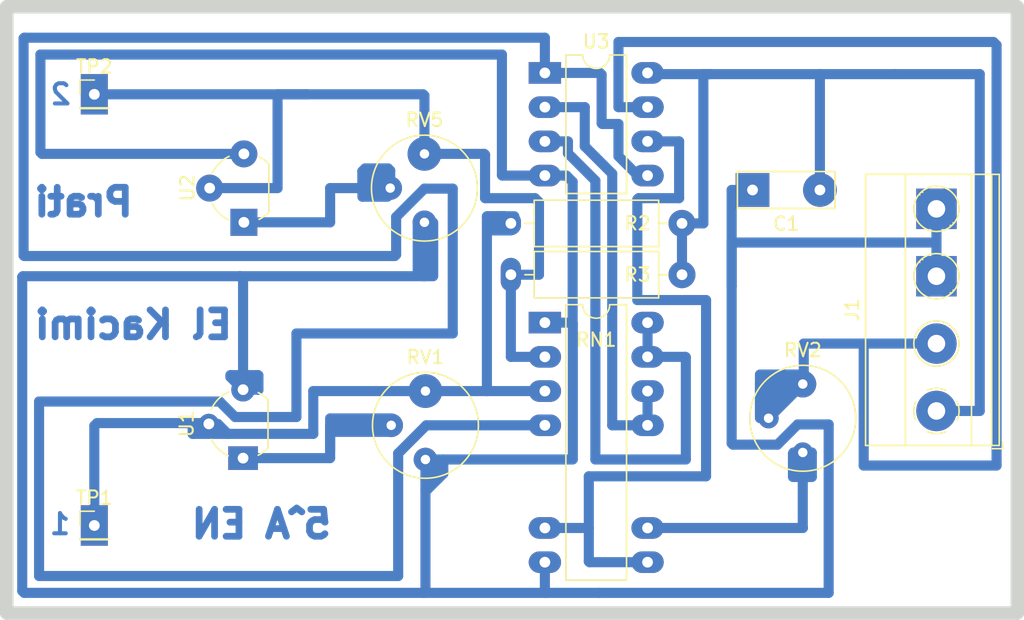
<source format=kicad_pcb>
(kicad_pcb (version 20211014) (generator pcbnew)
  (layers (0 "F.Cu" signal) (31 "B.Cu" signal) (34 "B.Paste" user) (35 "F.Paste" user) (36 "B.SilkS" user "B.Silkscreen") (37 "F.SilkS" user "F.Silkscreen") (38 "B.Mask" user) (39 "F.Mask" user) (44 "Edge.Cuts" user))
  (net 0 "")
  (net 1 "+10V")
  (net 2 "GND")
  (net 3 "Net-(R3-Pad2)")
  (net 4 "Net-(RN1-Pad10)")
  (net 5 "Vout")
  (net 6 "Net-(RV5-Pad2)")
  (net 7 "Net-(RN1-Pad15)")
  (net 8 "Net-(RN1-Pad7)")
  (net 9 "Net-(R2-Pad2)")
  (net 10 "Net-(RV1-Pad2)")
  (net 11 "Net-(RN1-Pad4)")
  (net 12 "Net-(RN1-Pad13)")
  (footprint "Package_DIP:DIP-16_W7.62mm_LongPads" (layer "F.Cu") (at 139.939 123.444)
    (fp_text reference "RN1" (at 3.81 1.27) (layer "F.SilkS"))
    (fp_text value "100k")
    (fp_line (start 6.06 -1.33) (end 4.81 -1.33) (layer "F.SilkS") (width 0.12))
    (fp_line (start 6.06 19.11) (end 6.06 -1.33) (layer "F.SilkS") (width 0.12))
    (fp_line (start 2.81 -1.33) (end 1.56 -1.33) (layer "F.SilkS") (width 0.12))
    (fp_line (start 1.56 19.11) (end 6.06 19.11) (layer "F.SilkS") (width 0.12))
    (fp_line (start 1.56 -1.33) (end 1.56 19.11) (layer "F.SilkS") (width 0.12))
    (fp_arc (start 4.81 -1.33) (mid 3.81 -0.33) (end 2.81 -1.33) (layer "F.SilkS") (width 0.12))
    (pad "1" thru_hole rect (at 0 0) (size 2.4 1.6) (drill 0.8) (layers *.Cu *.Mask) (net 2 "GND"))
    (pad "2" thru_hole oval (at 0 2.54) (size 2.4 1.6) (drill 0.8) (layers *.Cu *.Mask) (net 3 "Net-(R3-Pad2)"))
    (pad "3" thru_hole oval (at 0 5.08) (size 2.4 1.6) (drill 0.8) (layers *.Cu *.Mask) (net 9 "Net-(R2-Pad2)"))
    (pad "4" thru_hole oval (at 0 7.62) (size 2.4 1.6) (drill 0.8) (layers *.Cu *.Mask) (net 11 "Net-(RN1-Pad4)"))
    (pad "7" thru_hole oval (at 0 15.24) (size 2.4 1.6) (drill 0.8) (layers *.Cu *.Mask) (net 8 "Net-(RN1-Pad7)"))
    (pad "8" thru_hole oval (at 0 17.78) (size 2.4 1.6) (drill 0.8) (layers *.Cu *.Mask) (net 2 "GND"))
    (pad "9" thru_hole oval (at 7.62 17.78) (size 2.4 1.6) (drill 0.8) (layers *.Cu *.Mask) (net 8 "Net-(RN1-Pad7)"))
    (pad "10" thru_hole oval (at 7.62 15.24) (size 2.4 1.6) (drill 0.8) (layers *.Cu *.Mask) (net 4 "Net-(RN1-Pad10)"))
    (pad "13" thru_hole oval (at 7.62 7.62) (size 2.4 1.6) (drill 0.8) (layers *.Cu *.Mask) (net 12 "Net-(RN1-Pad13)"))
    (pad "14" thru_hole oval (at 7.62 5.08) (size 2.4 1.6) (drill 0.8) (layers *.Cu *.Mask) (net 12 "Net-(RN1-Pad13)"))
    (pad "15" thru_hole oval (at 7.62 2.54) (size 2.4 1.6) (drill 0.8) (layers *.Cu *.Mask) (net 7 "Net-(RN1-Pad15)"))
    (pad "16" thru_hole oval (at 7.62 0) (size 2.4 1.6) (drill 0.8) (layers *.Cu *.Mask) (net 7 "Net-(RN1-Pad15)"))
  )
  (footprint "Potentiometer_THT:Potentiometer_Bourns_3339P_Vertical" (layer "F.Cu") (at 131.075 133.604)
    (fp_text reference "RV1" (at 0 -7.6) (layer "F.SilkS"))
    (fp_text value "10k")
    (fp_circle (center 0 -2.54) (end 3.93 -2.54) (layer "F.SilkS") (width 0.12) (fill none))
    (pad "1" thru_hole circle (at 0 0) (size 1.75 1.75) (drill 0.7) (layers *.Cu *.Mask) (net 2 "GND"))
    (pad "2" thru_hole circle (at -2.54 -2.54) (size 1.75 1.75) (drill 0.7) (layers *.Cu *.Mask) (net 10 "Net-(RV1-Pad2)"))
    (pad "3" thru_hole circle (at 0 -5.08) (size 2.5 2.5) (drill 0.7) (layers *.Cu *.Mask) (net 9 "Net-(R2-Pad2)"))
  )
  (footprint "Potentiometer_THT:Potentiometer_Bourns_3339P_Vertical" (layer "F.Cu") (at 159.079 133.081)
    (fp_text reference "RV2" (at 0 -7.6) (layer "F.SilkS"))
    (fp_text value "10k")
    (fp_circle (center 0 -2.54) (end 3.93 -2.54) (layer "F.SilkS") (width 0.12) (fill none))
    (pad "1" thru_hole circle (at 0 0) (size 1.5 1.5) (drill 0.7) (layers *.Cu *.Mask) (net 4 "Net-(RN1-Pad10)"))
    (pad "2" thru_hole circle (at -2.54 -2.54) (size 1.5 1.5) (drill 0.7) (layers *.Cu *.Mask) (net 5 "Vout"))
    (pad "3" thru_hole circle (at 0 -5.08) (size 2 2) (drill 0.7) (layers *.Cu *.Mask) (net 5 "Vout"))
  )
  (footprint "Package_TO_SOT_THT:TO-92_Wide" (layer "F.Cu") (at 117.6 116 90)
    (fp_text reference "U2" (at 2.55 -4.19 90) (layer "F.SilkS"))
    (fp_text value "LM335")
    (fp_line (start 0.74 1.85) (end 4.34 1.85) (layer "F.SilkS") (width 0.12))
    (fp_arc (start 0.172801 -1.103842) (mid 0.678995 -1.832692) (end 1.4 -2.35) (layer "F.SilkS") (width 0.12))
    (fp_arc (start 0.74 1.85) (mid 0.446097 1.509328) (end 0.215816 1.122795) (layer "F.SilkS") (width 0.12))
    (fp_arc (start 4.864184 1.122795) (mid 4.633903 1.509328) (end 4.34 1.85) (layer "F.SilkS") (width 0.12))
    (fp_arc (start 3.65 -2.35) (mid 4.382279 -1.833196) (end 4.895458 -1.098371) (layer "F.SilkS") (width 0.12))
    (pad "1" thru_hole rect (at 0 0 90) (size 2 2) (drill 0.8) (layers *.Cu *.Mask) (net 6 "Net-(RV5-Pad2)"))
    (pad "2" thru_hole circle (at 2.54 -2.54 90) (size 2 2) (drill 0.8) (layers *.Cu *.Mask) (net 3 "Net-(R3-Pad2)"))
    (pad "3" thru_hole circle (at 5.08 0 90) (size 2 2) (drill 0.8) (layers *.Cu *.Mask) (net 2 "GND"))
  )
  (footprint "Resistor_THT:R_Axial_DIN0309_L9.0mm_D3.2mm_P12.70mm_Horizontal" (layer "F.Cu") (at 150.114 116.078 180)
    (fp_text reference "R2" (at 3.302 0) (layer "F.SilkS"))
    (fp_text value "8.2k")
    (fp_line (start 11.66 0) (end 10.97 0) (layer "F.SilkS") (width 0.12))
    (fp_line (start 10.97 -1.72) (end 1.73 -1.72) (layer "F.SilkS") (width 0.12))
    (fp_line (start 1.04 0) (end 1.73 0) (layer "F.SilkS") (width 0.12))
    (fp_line (start 10.97 1.72) (end 10.97 -1.72) (layer "F.SilkS") (width 0.12))
    (fp_line (start 1.73 1.72) (end 10.97 1.72) (layer "F.SilkS") (width 0.12))
    (fp_line (start 1.73 -1.72) (end 1.73 1.72) (layer "F.SilkS") (width 0.12))
    (pad "1" thru_hole circle (at 0 0 180) (size 2 2) (drill 0.8) (layers *.Cu *.Mask) (net 1 "+10V"))
    (pad "2" thru_hole oval (at 12.7 0 180) (size 1.5 1.75) (drill 0.8) (layers *.Cu *.Mask) (net 9 "Net-(R2-Pad2)"))
  )
  (footprint "Resistor_THT:R_Axial_DIN0309_L9.0mm_D3.2mm_P12.70mm_Horizontal" (layer "F.Cu") (at 150.114 119.888 180)
    (fp_text reference "R3" (at 3.302 0) (layer "F.SilkS"))
    (fp_text value "5.6k")
    (fp_line (start 10.97 1.72) (end 10.97 -1.72) (layer "F.SilkS") (width 0.12))
    (fp_line (start 10.97 -1.72) (end 1.73 -1.72) (layer "F.SilkS") (width 0.12))
    (fp_line (start 1.04 0) (end 1.73 0) (layer "F.SilkS") (width 0.12))
    (fp_line (start 1.73 -1.72) (end 1.73 1.72) (layer "F.SilkS") (width 0.12))
    (fp_line (start 11.66 0) (end 10.97 0) (layer "F.SilkS") (width 0.12))
    (fp_line (start 1.73 1.72) (end 10.97 1.72) (layer "F.SilkS") (width 0.12))
    (pad "1" thru_hole circle (at 0 0 180) (size 2 2) (drill 0.8) (layers *.Cu *.Mask) (net 1 "+10V"))
    (pad "2" thru_hole oval (at 12.7 0 180) (size 1.5 2.5) (drill 0.8) (layers *.Cu *.Mask) (net 3 "Net-(R3-Pad2)"))
  )
  (footprint "Package_TO_SOT_THT:TO-92_Wide" (layer "F.Cu") (at 117.54 133.5 90)
    (fp_text reference "U1" (at 2.55 -4.19 90) (layer "F.SilkS"))
    (fp_text value "LM336-2.5V")
    (fp_line (start 0.74 1.85) (end 4.34 1.85) (layer "F.SilkS") (width 0.12))
    (fp_arc (start 0.74 1.85) (mid 0.446097 1.509328) (end 0.215816 1.122795) (layer "F.SilkS") (width 0.12))
    (fp_arc (start 0.172801 -1.103842) (mid 0.678995 -1.832692) (end 1.4 -2.35) (layer "F.SilkS") (width 0.12))
    (fp_arc (start 3.65 -2.35) (mid 4.382279 -1.833196) (end 4.895458 -1.098371) (layer "F.SilkS") (width 0.12))
    (fp_arc (start 4.864184 1.122795) (mid 4.633903 1.509328) (end 4.34 1.85) (layer "F.SilkS") (width 0.12))
    (pad "1" thru_hole rect (at 0 0 90) (size 1.75 2.2) (drill 0.8) (layers *.Cu *.Mask) (net 10 "Net-(RV1-Pad2)"))
    (pad "2" thru_hole circle (at 2.54 -2.54 90) (size 1.5 1.5) (drill 0.8) (layers *.Cu *.Mask) (net 9 "Net-(R2-Pad2)"))
    (pad "3" thru_hole circle (at 5.08 0 90) (size 1.75 1.75) (drill 0.8) (layers *.Cu *.Mask) (net 2 "GND"))
  )
  (footprint "TerminalBlock_Phoenix:TerminalBlock_Phoenix_MKDS-1,5-4_1x04_P5.00mm_Horizontal" (layer "F.Cu") (at 169 130 90)
    (fp_text reference "J1" (at 7.5 -6.26 90) (layer "F.SilkS"))
    (fp_text value "Conn_01x04_Female")
    (fp_line (start -2.56 2.6) (end 17.561 2.6) (layer "F.SilkS") (width 0.12))
    (fp_line (start -2.56 4.1) (end 17.561 4.1) (layer "F.SilkS") (width 0.12))
    (fp_line (start 11.07 -1.275) (end 11.035 -1.239) (layer "F.SilkS") (width 0.12))
    (fp_line (start -2.56 -5.261) (end -2.56 4.66) (layer "F.SilkS") (width 0.12))
    (fp_line (start 6.07 -1.275) (end 6.035 -1.239) (layer "F.SilkS") (width 0.12))
    (fp_line (start -2.56 -5.261) (end 17.561 -5.261) (layer "F.SilkS") (width 0.12))
    (fp_line (start -2.56 4.66) (end 17.561 4.66) (layer "F.SilkS") (width 0.12))
    (fp_line (start 17.561 -5.261) (end 17.561 4.66) (layer "F.SilkS") (width 0.12))
    (fp_line (start -2.8 4.9) (end -2.3 4.9) (layer "F.SilkS") (width 0.12))
    (fp_line (start -2.8 4.16) (end -2.8 4.9) (layer "F.SilkS") (width 0.12))
    (fp_line (start 16.07 -1.275) (end 16.035 -1.239) (layer "F.SilkS") (width 0.12))
    (fp_line (start 11.275 -1.069) (end 11.228 -1.023) (layer "F.SilkS") (width 0.12))
    (fp_line (start -2.56 -2.301) (end 17.561 -2.301) (layer "F.SilkS") (width 0.12))
    (fp_line (start 3.966 1.239) (end 3.931 1.274) (layer "F.SilkS") (width 0.12))
    (fp_line (start 8.773 1.023) (end 8.726 1.069) (layer "F.SilkS") (width 0.12))
    (fp_line (start 8.966 1.239) (end 8.931 1.274) (layer "F.SilkS") (width 0.12))
    (fp_line (start 16.275 -1.069) (end 16.228 -1.023) (layer "F.SilkS") (width 0.12))
    (fp_line (start 13.966 1.239) (end 13.931 1.274) (layer "F.SilkS") (width 0.12))
    (fp_line (start 6.275 -1.069) (end 6.228 -1.023) (layer "F.SilkS") (width 0.12))
    (fp_line (start 3.773 1.023) (end 3.726 1.069) (layer "F.SilkS") (width 0.12))
    (fp_line (start 13.773 1.023) (end 13.726 1.069) (layer "F.SilkS") (width 0.12))
    (fp_arc (start 1.535427 -0.683042) (mid 1.680501 0.000524) (end 1.535 0.684) (layer "F.SilkS") (width 0.12))
    (fp_arc (start 0.028805 1.680253) (mid -0.335551 1.646659) (end -0.684 1.535) (layer "F.SilkS") (width 0.12))
    (fp_arc (start 0.683318 1.534756) (mid 0.349292 1.643288) (end 0 1.68) (layer "F.SilkS") (width 0.12))
    (fp_arc (start -1.535427 0.683042) (mid -1.680501 -0.000524) (end -1.535 -0.684) (layer "F.SilkS") (width 0.12))
    (fp_arc (start -0.683042 -1.535427) (mid 0.000524 -1.680501) (end 0.684 -1.535) (layer "F.SilkS") (width 0.12))
    (fp_circle (center 5 0) (end 6.68 0) (layer "F.SilkS") (width 0.12) (fill none))
    (fp_circle (center 15 0) (end 16.68 0) (layer "F.SilkS") (width 0.12) (fill none))
    (fp_circle (center 10 0) (end 11.68 0) (layer "F.SilkS") (width 0.12) (fill none))
    (pad "1" thru_hole circle (at 0 0 90) (size 3 3) (drill 1.3) (layers *.Cu *.Mask) (net 1 "+10V"))
    (pad "2" thru_hole circle (at 5 0 90) (size 3 3) (drill 1.3) (layers *.Cu *.Mask) (net 5 "Vout"))
    (pad "3" thru_hole rect (at 10 0 90) (size 3 3) (drill 1.3) (layers *.Cu *.Mask) (net 2 "GND"))
    (pad "4" thru_hole rect (at 15 0 90) (size 3 3) (drill 1.3) (layers *.Cu *.Mask) (net 2 "GND"))
  )
  (footprint "Package_DIP:DIP-8_W7.62mm_LongPads" (layer "F.Cu") (at 139.939 104.912)
    (fp_text reference "U3" (at 3.81 -2.33) (layer "F.SilkS"))
    (fp_text value "LM358")
    (fp_line (start 1.56 -1.33) (end 1.56 8.95) (layer "F.SilkS") (width 0.12))
    (fp_line (start 1.56 8.95) (end 6.06 8.95) (layer "F.SilkS") (width 0.12))
    (fp_line (start 6.06 -1.33) (end 4.81 -1.33) (layer "F.SilkS") (width 0.12))
    (fp_line (start 6.06 8.95) (end 6.06 -1.33) (layer "F.SilkS") (width 0.12))
    (fp_line (start 2.81 -1.33) (end 1.56 -1.33) (layer "F.SilkS") (width 0.12))
    (fp_arc (start 4.81 -1.33) (mid 3.81 -0.33) (end 2.81 -1.33) (layer "F.SilkS") (width 0.12))
    (pad "1" thru_hole rect (at 0 0) (size 2.4 1.6) (drill 0.8) (layers *.Cu *.Mask) (net 11 "Net-(RN1-Pad4)"))
    (pad "2" thru_hole oval (at 0 2.54) (size 2.4 1.6) (drill 0.8) (layers *.Cu *.Mask) (net 12 "Net-(RN1-Pad13)"))
    (pad "3" thru_hole oval (at 0 5.08) (size 2.4 1.6) (drill 0.8) (layers *.Cu *.Mask) (net 7 "Net-(RN1-Pad15)"))
    (pad "4" thru_hole oval (at 0 7.62) (size 2.4 1.6) (drill 0.8) (layers *.Cu *.Mask) (net 2 "GND"))
    (pad "5" thru_hole oval (at 7.62 7.62) (size 2.4 1.6) (drill 0.8) (layers *.Cu *.Mask) (net 11 "Net-(RN1-Pad4)"))
    (pad "6" thru_hole oval (at 7.62 5.08) (size 2.4 1.6) (drill 0.8) (layers *.Cu *.Mask) (net 8 "Net-(RN1-Pad7)"))
    (pad "7" thru_hole oval (at 7.62 2.54) (size 2.4 1.6) (drill 0.8) (layers *.Cu *.Mask) (net 5 "Vout"))
    (pad "8" thru_hole oval (at 7.62 0) (size 2.4 1.6) (drill 0.8) (layers *.Cu *.Mask) (net 1 "+10V"))
  )
  (footprint "Connector_PinHeader_2.00mm:PinHeader_1x01_P2.00mm_Vertical" (layer "F.Cu") (at 106.5 138.5)
    (fp_text reference "TP1" (at 0 -2.06) (layer "F.SilkS"))
    (fp_text value "TestPoint")
    (fp_line (start -1.06 1) (end -1.06 1.06) (layer "F.SilkS") (width 0.12))
    (fp_line (start 1.06 1) (end 1.06 1.06) (layer "F.SilkS") (width 0.12))
    (fp_line (start -1.06 1) (end 1.06 1) (layer "F.SilkS") (width 0.12))
    (fp_line (start -1.06 0) (end -1.06 -1.06) (layer "F.SilkS") (width 0.12))
    (fp_line (start -1.06 -1.06) (end 0 -1.06) (layer "F.SilkS") (width 0.12))
    (fp_line (start -1.06 1.06) (end 1.06 1.06) (layer "F.SilkS") (width 0.12))
    (pad "1" thru_hole rect (at 0 0) (size 2 3) (drill oval 0.8) (layers *.Cu *.Mask) (net 9 "Net-(R2-Pad2)"))
  )
  (footprint "Capacitor_THT:C_Rect_L7.0mm_W2.5mm_P5.00mm" (layer "F.Cu") (at 160.35 113.6 180)
    (fp_text reference "C1" (at 2.5 -2.5 180) (layer "F.SilkS"))
    (fp_text value "100nF")
    (fp_line (start -1.12 -1.37) (end -1.12 1.37) (layer "F.SilkS") (width 0.12))
    (fp_line (start 6.12 -1.37) (end 6.12 1.37) (layer "F.SilkS") (width 0.12))
    (fp_line (start -1.12 -1.37) (end 6.12 -1.37) (layer "F.SilkS") (width 0.12))
    (fp_line (start -1.12 1.37) (end 6.12 1.37) (layer "F.SilkS") (width 0.12))
    (pad "1" thru_hole circle (at 0 0 180) (size 2.5 2.5) (drill 0.8) (layers *.Cu *.Mask) (net 1 "+10V"))
    (pad "2" thru_hole rect (at 5 0 180) (size 2.5 2.5) (drill 0.8) (layers *.Cu *.Mask) (net 2 "GND"))
  )
  (footprint "Connector_PinHeader_2.00mm:PinHeader_1x01_P2.00mm_Vertical" (layer "F.Cu") (at 106.5 106.5)
    (fp_text reference "TP2" (at 0 -2.06) (layer "F.SilkS"))
    (fp_text value "TestPoint")
    (fp_line (start -1.06 0) (end -1.06 -1.06) (layer "F.SilkS") (width 0.12))
    (fp_line (start -1.06 1) (end 1.06 1) (layer "F.SilkS") (width 0.12))
    (fp_line (start 1.06 1) (end 1.06 1.06) (layer "F.SilkS") (width 0.12))
    (fp_line (start -1.06 1) (end -1.06 1.06) (layer "F.SilkS") (width 0.12))
    (fp_line (start -1.06 1.06) (end 1.06 1.06) (layer "F.SilkS") (width 0.12))
    (fp_line (start -1.06 -1.06) (end 0 -1.06) (layer "F.SilkS") (width 0.12))
    (pad "1" thru_hole rect (at 0 0) (size 2 3) (drill 0.8) (layers *.Cu *.Mask) (net 3 "Net-(R3-Pad2)"))
  )
  (footprint "Potentiometer_THT:Potentiometer_Bourns_3339P_Vertical" (layer "F.Cu") (at 131 116)
    (fp_text reference "RV5" (at 0 -7.6) (layer "F.SilkS"))
    (fp_text value "10k")
    (fp_circle (center 0 -2.54) (end 3.93 -2.54) (layer "F.SilkS") (width 0.12) (fill none))
    (pad "1" thru_hole circle (at 0 0) (size 1.75 1.75) (drill 0.7) (layers *.Cu *.Mask) (net 2 "GND"))
    (pad "2" thru_hole circle (at -2.54 -2.54) (size 1.75 1.75) (drill 0.7) (layers *.Cu *.Mask) (net 6 "Net-(RV5-Pad2)"))
    (pad "3" thru_hole circle (at 0 -5.08) (size 2.5 2.5) (drill 0.7) (layers *.Cu *.Mask) (net 3 "Net-(R3-Pad2)"))
  )
  (gr_line (start 175 145) (end 100 145) (layer "Edge.Cuts") (width 1))
  (gr_line (start 175 145) (end 175 100) (layer "Edge.Cuts") (width 1))
  (gr_line (start 175 100) (end 100 100) (layer "Edge.Cuts") (width 1))
  (gr_line (start 100 100) (end 100 145) (layer "Edge.Cuts") (width 1))
  (gr_text "1" (at 103.95 138.4) (layer "B.Cu") (effects (font (size 1.5 1.5) (thickness 0.3)) (justify mirror)))
  (gr_text "Prati" (at 105.7 114.5) (layer "B.Cu") (effects (font (size 2 2) (thickness 0.5)) (justify mirror)))
  (gr_text "2" (at 104 106.5) (layer "B.Cu") (effects (font (size 1.5 1.5) (thickness 0.3)) (justify mirror)))
  (gr_text "5^A EN" (at 118.9 138.4) (layer "B.Cu") (effects (font (size 2 2) (thickness 0.5)) (justify mirror)))
  (gr_text "El Kacimi" (at 109.4 123.6) (layer "B.Cu") (effects (font (size 2 2) (thickness 0.5)) (justify mirror)))
  (segment (start 147.8275 105) (end 152.2 105) (width 0.75) (layer "B.Cu") (net 1))
  (segment (start 152.2 105) (end 151.7 105) (width 0.75) (layer "B.Cu") (net 1))
  (segment (start 151.7 105) (end 151.7 116.078) (width 0.75) (layer "B.Cu") (net 1))
  (segment (start 160.35 113.6) (end 160.35 105.05) (width 0.75) (layer "B.Cu") (net 1))
  (segment (start 150.114 119.888) (end 150.114 116.078) (width 0.75) (layer "B.Cu") (net 1))
  (segment (start 172.212 130) (end 172.212 105) (width 0.75) (layer "B.Cu") (net 1))
  (segment (start 160.35 105.05) (end 160.4 105) (width 0.75) (layer "B.Cu") (net 1))
  (segment (start 160.4 105) (end 152.2 105) (width 0.75) (layer "B.Cu") (net 1))
  (segment (start 172.212 105) (end 166 105) (width 0.75) (layer "B.Cu") (net 1))
  (segment (start 165.96 105) (end 160.4 105) (width 0.75) (layer "B.Cu") (net 1))
  (segment (start 151.7 116.078) (end 150.114 116.078) (width 0.75) (layer "B.Cu") (net 1))
  (segment (start 169 130) (end 172.212 130) (width 0.75) (layer "B.Cu") (net 1))
  (segment (start 136.75 112.5) (end 136.75 103.55) (width 0.75) (layer "B.Cu") (net 2))
  (segment (start 169 119.65) (end 169 115.544) (width 0.75) (layer "B.Cu") (net 2))
  (segment (start 153.9 132.5) (end 153.8 132.4) (width 0.75) (layer "B.Cu") (net 2))
  (segment (start 141.944 123.444) (end 139.939 123.444) (width 0.75) (layer "B.Cu") (net 2))
  (segment (start 131.067766 119.9) (end 130.967766 120) (width 0.75) (layer "B.Cu") (net 2))
  (segment (start 102.5 110.8) (end 102.62 110.92) (width 0.75) (layer "B.Cu") (net 2))
  (segment (start 118.65 127.35) (end 118.6 127.4) (width 0.75) (layer "B.Cu") (net 2))
  (segment (start 131.079 133.6) (end 132.4 133.6) (width 0.75) (layer "B.Cu") (net 2))
  (segment (start 130.5 115.966117) (end 130.5 119.933883) (width 0.75) (layer "B.Cu") (net 2))
  (segment (start 131.075 133.604) (end 131.079 133.6) (width 0.75) (layer "B.Cu") (net 2))
  (segment (start 117.54 128.42) (end 118.68 128.42) (width 0.75) (layer "B.Cu") (net 2))
  (segment (start 131 119.967766) (end 130.967766 120) (width 0.75) (layer "B.Cu") (net 2))
  (segment (start 153.8 132.4) (end 153.8 120.75) (width 0.75) (layer "B.Cu") (net 2))
  (segment (start 117.54 120.24) (end 117.54 127.34) (width 0.75) (layer "B.Cu") (net 2))
  (segment (start 139.939 143.439) (end 140 143.5) (width 0.75) (layer "B.Cu") (net 2))
  (segment (start 153.8 117.5) (end 168.95 117.5) (width 0.75) (layer "B.Cu") (net 2))
  (segment (start 140 143.5) (end 144 143.5) (width 0.75) (layer "B.Cu") (net 2))
  (segment (start 101.15 143.35) (end 101.3 143.5) (width 0.75) (layer "B.Cu") (net 2))
  (segment (start 131.65 120) (end 131.067766 120) (width 0.75) (layer "B.Cu") (net 2))
  (segment (start 161 131) (end 158.7 131) (width 0.75) (layer "B.Cu") (net 2))
  (segment (start 117.3 120) (end 101.2 120) (width 0.75) (layer "B.Cu") (net 2))
  (segment (start 118.6 128.35) (end 118.61 128.35) (width 0.75) (layer "B.Cu") (net 2))
  (segment (start 101.3 143.5) (end 130.95 143.5) (width 0.75) (layer "B.Cu") (net 2))
  (segment (start 131.4 115.966117) (end 131.4 119.933883) (width 0.75) (layer "B.Cu") (net 2))
  (segment (start 132.4 134.65) (end 132.025 135.025) (width 0.75) (layer "B.Cu") (net 2))
  (segment (start 117.54 128.42) (end 118.56 127.4) (width 0.75) (layer "B.Cu") (net 2))
  (segment (start 117.54 127.34) (end 118.66 127.34) (width 0.75) (layer "B.Cu") (net 2))
  (segment (start 131.525 134.475) (end 131.525 134.525) (width 0.75) (layer "B.Cu") (net 2))
  (segment (start 142.014 123.514) (end 142.014 133.586) (width 0.75) (layer "B.Cu") (net 2))
  (segment (start 131.65 116.016117) (end 131.65 119.9) (width 0.75) (layer "B.Cu") (net 2))
  (segment (start 131 116) (end 131 119.967766) (width 0.75) (layer "B.Cu") (net 2))
  (segment (start 116.6 127.48) (end 116.6 127.35) (width 0.75) (layer "B.Cu") (net 2))
  (segment (start 117.3 120) (end 117.54 120.24) (width 0.75) (layer "B.Cu") (net 2))
  (segment (start 132.025 135.025) (end 131.225 135.825) (width 0.75) (layer "B.Cu") (net 2))
  (segment (start 131.075 133.604) (end 131.075 135.125) (width 0.75) (layer "B.Cu") (net 2))
  (segment (start 155.35 113.6) (end 153.8 113.6) (width 0.75) (layer "B.Cu") (net 2))
  (segment (start 131.075 134.925) (end 131.525 134.475) (width 0.75) (layer "B.Cu") (net 2))
  (segment (start 130.95 143.5) (end 140 143.5) (width 0.75) (layer "B.Cu") (net 2))
  (segment (start 117.54 128.42) (end 116.6 127.48) (width 0.75) (layer "B.Cu") (net 2))
  (segment (start 136.782 112.532) (end 136.75 112.5) (width 0.75) (layer "B.Cu") (net 2))
  (segment (start 131.525 134.525) (end 132.025 135.025) (width 0.75) (layer "B.Cu") (net 2))
  (segment (start 118.68 127.38) (end 118.65 127.35) (width 0.75) (layer "B.Cu") (net 2))
  (segment (start 131.075 135.825) (end 131.075 143.375) (width 0.75) (layer "B.Cu") (net 2))
  (segment (start 101.2 120) (end 101.15 120.05) (width 0.75) (layer "B.Cu") (net 2))
  (segment (start 142 112.993298) (end 141.538702 112.532) (width 0.75) (layer "B.Cu") (net 2))
  (segment (start 153.8 120.75) (end 153.8 117.5) (width 0.75) (layer "B.Cu") (net 2))
  (segment (start 118.61 128.35) (end 118.68 128.42) (width 0.75) (layer "B.Cu") (net 2))
  (segment (start 102.5 103.55) (end 102.5 110.8) (width 0.75) (layer "B.Cu") (net 2))
  (segment (start 131.075 143.375) (end 130.95 143.5) (width 0.75) (layer "B.Cu") (net 2))
  (segment (start 131.075 135.125) (end 131.075 134.925) (width 0.75) (layer "B.Cu") (net 2))
  (segment (start 132.4 133.6) (end 132.4 134.65) (width 0.75) (layer "B.Cu") (net 2))
  (segment (start 139.939 112.532) (end 136.782 112.532) (width 0.75) (layer "B.Cu") (net 2))
  (segment (start 118.68 128.42) (end 118.68 127.38) (width 0.75) (layer "B.Cu") (net 2))
  (segment (start 142 123.5) (end 142 112.993298) (width 0.75) (layer "B.Cu") (net 2))
  (segment (start 130.967766 120) (end 117.3 120) (width 0.75) (layer "B.Cu") (net 2))
  (segment (start 118.56 127.4) (end 118.6 127.4) (width 0.75) (layer "B.Cu") (net 2))
  (segment (start 131.525 134.475) (end 132.4 133.6) (width 0.75) (layer "B.Cu") (net 2))
  (segment (start 142 133.6) (end 132.4 133.6) (width 0.75) (layer "B.Cu") (net 2))
  (segment (start 116.6 127.35) (end 116.61 127.34) (width 0.75) (layer "B.Cu") (net 2))
  (segment (start 158.7 131) (end 157.2 132.5) (width 0.75) (layer "B.Cu") (net 2))
  (segment (start 161 143.5) (end 161 131) (width 0.75) (layer "B.Cu") (net 2))
  (segment (start 141.538702 112.532) (end 139.939 112.532) (width 0.75) (layer "B.Cu") (net 2))
  (segment (start 157.2 132.5) (end 153.9 132.5) (width 0.75) (layer "B.Cu") (net 2))
  (segment (start 136.75 103.55) (end 102.5 103.55) (width 0.75) (layer "B.Cu") (net 2))
  (segment (start 153.8 113.6) (end 153.8 120.75) (width 0.75) (layer "B.Cu") (net 2))
  (segment (start 118.66 127.34) (end 118.6 127.4) (width 0.75) (layer "B.Cu") (net 2))
  (segment (start 131.075 135.125) (end 131.075 135.825) (width 0.75) (layer "B.Cu") (net 2))
  (segment (start 144 143.5) (end 161 143.5) (width 0.75) (layer "B.Cu") (net 2))
  (segment (start 102.62 110.92) (end 117.6 110.92) (width 0.75) (layer "B.Cu") (net 2))
  (segment (start 139.939 141.224) (end 139.939 143.439) (width 0.75) (layer "B.Cu") (net 2))
  (segment (start 116.61 127.34) (end 117.54 127.34) (width 0.75) (layer "B.Cu") (net 2))
  (segment (start 131.225 135.825) (end 131.075 135.825) (width 0.75) (layer "B.Cu") (net 2))
  (segment (start 101.15 120.05) (end 101.15 143.35) (width 0.75) (layer "B.Cu") (net 2))
  (segment (start 137.414 119.888) (end 137.414 125.984) (width 0.75) (layer "B.Cu") (net 3))
  (segment (start 135.5 110.983) (end 135.5 114.2) (width 0.75) (layer "B.Cu") (net 3))
  (segment (start 139.5 119.888) (end 137.414 119.888) (width 0.75) (layer "B.Cu") (net 3))
  (segment (start 131 106.6) (end 131 110.92) (width 0.75) (layer "B.Cu") (net 3))
  (segment (start 139.207 114.207) (end 139.5 114.5) (width 0.75) (layer "B.Cu") (net 3))
  (segment (start 115.06 113.46) (end 120.1 113.46) (width 0.75) (layer "B.Cu") (net 3))
  (segment (start 130.9 106.5) (end 131 106.6) (width 0.75) (layer "B.Cu") (net 3))
  (segment (start 122.3 106.5) (end 130.9 106.5) (width 0.75) (layer "B.Cu") (net 3))
  (segment (start 120.1 106.5) (end 122.3 106.5) (width 0.75) (layer "B.Cu") (net 3))
  (segment (start 135.437 110.92) (end 135.5 110.983) (width 0.75) (layer "B.Cu") (net 3))
  (segment (start 135.507 114.207) (end 139.207 114.207) (width 0.75) (layer "B.Cu") (net 3))
  (segment (start 131 110.92) (end 135.437 110.92) (width 0.75) (layer "B.Cu") (net 3))
  (segment (start 135.5 114.2) (end 135.507 114.207) (width 0.75) (layer "B.Cu") (net 3))
  (segment (start 139.5 114.5) (end 139.5 119.888) (width 0.75) (layer "B.Cu") (net 3))
  (segment (start 137.414 125.984) (end 139.939 125.984) (width 0.75) (layer "B.Cu") (net 3))
  (segment (start 120.1 113.46) (end 120.1 106.5) (width 0.75) (layer "B.Cu") (net 3))
  (segment (start 122.3 106.5) (end 106.5 106.5) (width 0.75) (layer "B.Cu") (net 3))
  (segment (start 158.386766 133.081) (end 159.079 133.081) (width 0.75) (layer "B.Cu") (net 4))
  (segment (start 159.75 134.9) (end 158.54 134.9) (width 0.75) (layer "B.Cu") (net 4))
  (segment (start 159.079 133.081) (end 159.229 133.081) (width 0.75) (layer "B.Cu") (net 4))
  (segment (start 158.35 133.76) (end 158.35 133.167766) (width 0.75) (layer "B.Cu") (net 4))
  (segment (start 158.35 134.85) (end 158.35 133.81) (width 0.75) (layer "B.Cu") (net 4))
  (segment (start 159.084 138.684) (end 159.079 138.679) (width 0.75) (layer "B.Cu") (net 4))
  (segment (start 159.56 134.9) (end 158.35 134.9) (width 0.75) (layer "B.Cu") (net 4))
  (segment (start 147.559 138.684) (end 159.084 138.684) (width 0.75) (layer "B.Cu") (net 4))
  (segment (start 159.75 133.131) (end 159.75 134.9) (width 0.75) (layer "B.Cu") (net 4))
  (segment (start 159.079 138.679) (end 159.079 133.081) (width 0.75) (layer "B.Cu") (net 4))
  (segment (start 158.35 133.167766) (end 158.436766 133.081) (width 0.75) (layer "B.Cu") (net 4))
  (segment (start 159.079 133.081) (end 159.75 133.081) (width 0.75) (layer "B.Cu") (net 4))
  (segment (start 156.539 130.541) (end 159.079 128.001) (width 0.75) (layer "B.Cu") (net 5))
  (segment (start 159.079 128.001) (end 158.378 127.3) (width 0.75) (layer "B.Cu") (net 5))
  (segment (start 159.15 127.15) (end 159.079 127.221) (width 0.75) (layer "B.Cu") (net 5))
  (segment (start 158.378 127.3) (end 155.961 127.3) (width 0.75) (layer "B.Cu") (net 5))
  (segment (start 157.605514 128.001) (end 159.079 128.001) (width 0.75) (layer "B.Cu") (net 5))
  (segment (start 157.602257 127.997743) (end 157.605514 128.001) (width 0.75) (layer "B.Cu") (net 5))
  (segment (start 155.9 130.532) (end 155.9 128.05) (width 0.75) (layer "B.Cu") (net 5))
  (segment (start 158.045817 128.5) (end 155.9 128.5) (width 0.75) (layer "B.Cu") (net 5))
  (segment (start 168.606 125) (end 163.55 125) (width 0.75) (layer "B.Cu") (net 5))
  (segment (start 157.602257 127.997743) (end 155.902257 127.997743) (width 0.75) (layer "B.Cu") (net 5))
  (segment (start 155.902257 127.997743) (end 155.902257 127.302257) (width 0.75) (layer "B.Cu") (net 5))
  (segment (start 157.692622 127.997743) (end 157.602257 127.997743) (width 0.75) (layer "B.Cu") (net 5))
  (segment (start 159.15 125) (end 159.15 127.15) (width 0.75) (layer "B.Cu") (net 5))
  (segment (start 163.6 134.05) (end 163.6 125) (width 0.75) (layer "B.Cu") (net 5))
  (segment (start 155.902257 127.302257) (end 156.601 128.001) (width 0.75) (layer "B.Cu") (net 5))
  (segment (start 155.911715 128.95) (end 155.900458 128.961257) (width 0.75) (layer "B.Cu") (net 5))
  (segment (start 145.4 102.616) (end 173.228 102.616) (width 0.75) (layer "B.Cu") (net 5))
  (segment (start 147.559 107.452) (end 145.4 107.452) (width 0.75) (layer "B.Cu") (net 5))
  (segment (start 159.079 127.221) (end 159.079 128.001) (width 0.75) (layer "B.Cu") (net 5))
  (segment (start 158.389 127.305) (end 159.079 127.995) (width 0.75) (layer "B.Cu") (net 5))
  (segment (start 173.228 102.616) (end 173.462 102.85) (width 0.75) (layer "B.Cu") (net 5))
  (segment (start 156.13 130.27) (end 158.67 127.73) (width 0.75) (layer "B.Cu") (net 5))
  (segment (start 155.902257 127.997743) (end 155.9 128) (width 0.75) (layer "B.Cu") (net 5))
  (segment (start 173.462 102.85) (end 173.462 134.05) (width 0.75) (layer "B.Cu") (net 5))
  (segment (start 157.645817 129.35) (end 155.9 129.35) (width 0.75) (layer "B.Cu") (net 5))
  (segment (start 173.462 134.05) (end 163.6 134.05) (width 0.75) (layer "B.Cu") (net 5))
  (segment (start 157.945817 128.95) (end 155.911715 128.95) (width 0.75) (layer "B.Cu") (net 5))
  (segment (start 159.004 127.926) (end 159.079 128.001) (width 0.75) (layer "B.Cu") (net 5))
  (segment (start 145.4 107.452) (end 145.4 102.616) (width 0.75) (layer "B.Cu") (net 5))
  (segment (start 158.817 127.3) (end 156.4 127.3) (width 0.75) (layer "B.Cu") (net 5))
  (segment (start 163.6 125) (end 159.15 125) (width 0.75) (layer "B.Cu") (net 5))
  (segment (start 128.25 114.1) (end 126.4 114.1) (width 0.75) (layer "B.Cu") (net 6))
  (segment (start 128.46 113.46) (end 128.46 112.16) (width 0.75) (layer "B.Cu") (net 6))
  (segment (start 126.39 112.21) (end 126.39 113.46) (width 0.75) (layer "B.Cu") (net 6))
  (segment (start 128.3 112) (end 126.6 112) (width 0.75) (layer "B.Cu") (net 6))
  (segment (start 128.1 113.85) (end 126.4 113.85) (width 0.75) (layer "B.Cu") (net 6))
  (segment (start 124 113.46) (end 124 116) (width 0.75) (layer "B.Cu") (net 6))
  (segment (start 128.2 113) (end 126.5 113) (width 0.75) (layer "B.Cu") (net 6))
  (segment (start 128.25 113.5) (end 126.55 113.5) (width 0.75) (layer "B.Cu") (net 6))
  (segment (start 128.46 112.16) (end 128.3 112) (width 0.75) (layer "B.Cu") (net 6))
  (segment (start 126.6 112) (end 126.39 112.21) (width 0.75) (layer "B.Cu") (net 6))
  (segment (start 126.39 113.46) (end 124 113.46) (width 0.75) (layer "B.Cu") (net 6))
  (segment (start 124 116) (end 117.6 116) (width 0.75) (layer "B.Cu") (net 6))
  (segment (start 126.4 114.1) (end 126.4 113.8) (width 0.75) (layer "B.Cu") (net 6))
  (segment (start 128.25 112.5) (end 126.55 112.5) (width 0.75) (layer "B.Cu") (net 6))
  (segment (start 150.4 126.018) (end 150.4 133.6) (width 0.75) (layer "B.Cu") (net 7))
  (segment (start 141.65 109.992) (end 139.939 109.992) (width 0.75) (layer "B.Cu") (net 7))
  (segment (start 150.4 133.6) (end 143.686 133.6) (width 0.75) (layer "B.Cu") (net 7))
  (segment (start 147.559 125.745) (end 147.559 123.205) (width 0.75) (layer "B.Cu") (net 7))
  (segment (start 147.559 125.984) (end 150.366 125.984) (width 0.75) (layer "B.Cu") (net 7))
  (segment (start 143.686 112.911532) (end 141.65 110.875532) (width 0.75) (layer "B.Cu") (net 7))
  (segment (start 150.366 125.984) (end 150.4 126.018) (width 0.75) (layer "B.Cu") (net 7))
  (segment (start 141.65 110.875532) (end 141.65 109.992) (width 0.75) (layer "B.Cu") (net 7))
  (segment (start 143.686 133.6) (end 143.686 112.911532) (width 0.75) (layer "B.Cu") (net 7))
  (segment (start 143.25 141.224) (end 147.559 141.224) (width 0.75) (layer "B.Cu") (net 8))
  (segment (start 143.184 138.684) (end 143.2 138.7) (width 0.75) (layer "B.Cu") (net 8))
  (segment (start 146.8 121.769) (end 151.9 121.769) (width 0.75) (layer "B.Cu") (net 8))
  (segment (start 146.8 114.3) (end 146.8 121.769) (width 0.75) (layer "B.Cu") (net 8))
  (segment (start 149.893 114.207) (end 146.893 114.207) (width 0.75) (layer "B.Cu") (net 8))
  (segment (start 151.9 121.769) (end 151.9 134.85) (width 0.75) (layer "B.Cu") (net 8))
  (segment (start 149.9 114.2) (end 149.893 114.207) (width 0.75) (layer "B.Cu") (net 8))
  (segment (start 149.9 110) (end 149.9 114.2) (width 0.75) (layer "B.Cu") (net 8))
  (segment (start 147.559 109.992) (end 149.892 109.992) (width 0.75) (layer "B.Cu") (net 8))
  (segment (start 143.2 138.7) (end 143.2 141.174) (width 0.75) (layer "B.Cu") (net 8))
  (segment (start 151.9 134.85) (end 143.2 134.85) (width 0.75) (layer "B.Cu") (net 8))
  (segment (start 143.2 134.85) (end 143.2 138.7) (width 0.75) (layer "B.Cu") (net 8))
  (segment (start 143.2 141.174) (end 143.25 141.224) (width 0.75) (layer "B.Cu") (net 8))
  (segment (start 139.939 138.684) (end 143.184 138.684) (width 0.75) (layer "B.Cu") (net 8))
  (segment (start 149.892 109.992) (end 149.9 110) (width 0.75) (layer "B.Cu") (net 8))
  (segment (start 146.893 114.207) (end 146.8 114.3) (width 0.75) (layer "B.Cu") (net 8))
  (segment (start 115 130.96) (end 114.54 130.96) (width 0.75) (layer "B.Cu") (net 9))
  (segment (start 113.7 130.9) (end 106.7 130.9) (width 0.75) (layer "B.Cu") (net 9))
  (segment (start 106.7 130.9) (end 106.5 131.1) (width 0.75) (layer "B.Cu") (net 9))
  (segment (start 106.5 131.1) (end 106.5 138.5) (width 0.75) (layer "B.Cu") (net 9))
  (segment (start 135.636 115.564) (end 135.65 115.55) (width 0.75) (layer "B.Cu") (net 9))
  (segment (start 115 130.96) (end 115.66 130.96) (width 0.75) (layer "B.Cu") (net 9))
  (segment (start 135.65 116.1) (end 136.886 116.1) (width 0.75) (layer "B.Cu") (net 9))
  (segment (start 122.75 131.7) (end 122.75 128.524) (width 0.75) (layer "B.Cu") (net 9))
  (segment (start 136.182 116.6) (end 137.418 116.6) (width 0.75) (layer "B.Cu") (net 9))
  (segment (start 135.732 115.55) (end 136.968 115.55) (width 0.75) (layer "B.Cu") (net 9))
  (segment (start 114.54 130.96) (end 113.8 131.7) (width 0.75) (layer "B.Cu") (net 9))
  (segment (start 114.94 130.9) (end 113.7 130.9) (width 0.75) (layer "B.Cu") (net 9))
  (segment (start 116.4 131.7) (end 122.75 131.7) (width 0.75) (layer "B.Cu") (net 9))
  (segment (start 115.66 130.96) (end 116.4 131.7) (width 0.75) (layer "B.Cu") (net 9))
  (segment (start 136.886 115.55) (end 137.414 116.078) (width 0.75) (layer "B.Cu") (net 9))
  (segment (start 135.682 116.6) (end 136.918 116.6) (width 0.75) (layer "B.Cu") (net 9))
  (segment (start 122.75 128.524) (end 135.636 128.524) (width 0.75) (layer "B.Cu") (net 9))
  (segment (start 135.65 116.5) (end 136.886 116.5) (width 0.75) (layer "B.Cu") (net 9))
  (segment (start 136.432 115.55) (end 137.668 115.55) (width 0.75) (layer "B.Cu") (net 9))
  (segment (start 135.65 115.55) (end 136.886 115.55) (width 0.75) (layer "B.Cu") (net 9))
  (segment (start 135.636 128.524) (end 135.636 115.564) (width 0.75) (layer "B.Cu") (net 9))
  (segment (start 115 130.96) (end 114.94 130.9) (width 0.75) (layer "B.Cu") (net 9))
  (segment (start 113.8 131.7) (end 113.8 131) (width 0.75) (layer "B.Cu") (net 9))
  (segment (start 113.8 131.7) (end 116.4 131.7) (width 0.75) (layer "B.Cu") (net 9))
  (segment (start 113.8 131) (end 113.7 130.9) (width 0.75) (layer "B.Cu") (net 9))
  (segment (start 135.636 128.524) (end 139.939 128.524) (width 0.75) (layer "B.Cu") (net 9))
  (segment (start 124.05 130.801856) (end 128.549 130.801856) (width 0.75) (layer "B.Cu") (net 10))
  (segment (start 124 133.5) (end 124 131.1) (width 0.75) (layer "B.Cu") (net 10))
  (segment (start 124 132.95) (end 124 130.55) (width 0.75) (layer "B.Cu") (net 10))
  (segment (start 124.030893 130.552796) (end 128.529893 130.552796) (width 0.75) (layer "B.Cu") (net 10))
  (segment (start 124.036 131.064) (end 128.535 131.064) (width 0.75) (layer "B.Cu") (net 10))
  (segment (start 117.54 133.5) (end 124 133.5) (width 0.75) (layer "B.Cu") (net 10))
  (segment (start 124 131.1) (end 124.036 131.064) (width 0.75) (layer "B.Cu") (net 10))
  (segment (start 124.0505 131.55) (end 128.5495 131.55) (width 0.75) (layer "B.Cu") (net 10))
  (segment (start 139.939 104.912) (end 144.028 104.912) (width 0.75) (layer "B.Cu") (net 11))
  (segment (start 121.5 124.25) (end 121.5 130.45) (width 0.75) (layer "B.Cu") (net 11))
  (segment (start 144.028 104.912) (end 144.15 105.034) (width 0.75) (layer "B.Cu") (net 11))
  (segment (start 145.4 108.702) (end 145.4 111.09) (width 0.75) (layer "B.Cu") (net 11))
  (segment (start 133.1 124.25) (end 121.5 124.25) (width 0.75) (layer "B.Cu") (net 11))
  (segment (start 102.4 142.25) (end 129.05 142.25) (width 0.75) (layer "B.Cu") (net 11))
  (segment (start 129.05 133.15) (end 131.136 131.064) (width 0.75) (layer "B.Cu") (net 11))
  (segment (start 102.4 129.3) (end 102.4 142.25) (width 0.75) (layer "B.Cu") (net 11))
  (segment (start 144.15 108.65) (end 144.202 108.702) (width 0.75) (layer "B.Cu") (net 11))
  (segment (start 131 113.5) (end 133.1 113.5) (width 0.75) (layer "B.Cu") (net 11))
  (segment (start 128.9 118.4) (end 128.9 115.6) (width 0.75) (layer "B.Cu") (net 11))
  (segment (start 128.8 118.5) (end 128.9 118.4) (width 0.75) (layer "B.Cu") (net 11))
  (segment (start 146.842 112.532) (end 147.559 112.532) (width 0.75) (layer "B.Cu") (net 11))
  (segment (start 128.9 115.6) (end 131 113.5) (width 0.75) (layer "B.Cu") (net 11))
  (segment (start 101.25 118.45) (end 101.3 118.5) (width 0.75) (layer "B.Cu") (net 11))
  (segment (start 121.5 130.45) (end 116.95 130.45) (width 0.75) (layer "B.Cu") (net 11))
  (segment (start 133.1 113.5) (end 133.1 124.25) (width 0.75) (layer "B.Cu") (net 11))
  (segment (start 115.8 129.3) (end 102.4 129.3) (width 0.75) (layer "B.Cu") (net 11))
  (segment (start 101.3 118.5) (end 128.8 118.5) (width 0.75) (layer "B.Cu") (net 11))
  (segment (start 131.136 131.064) (end 139.939 131.064) (width 0.75) (layer "B.Cu") (net 11))
  (segment (start 145.4 111.09) (end 146.842 112.532) (width 0.75) (layer "B.Cu") (net 11))
  (segment (start 139.939 104.912) (end 139.939 102.3) (width 0.75) (layer "B.Cu") (net 11))
  (segment (start 139.939 102.3) (end 101.3 102.3) (width 0.75) (layer "B.Cu") (net 11))
  (segment (start 116.95 130.45) (end 115.8 129.3) (width 0.75) (layer "B.Cu") (net 11))
  (segment (start 101.25 102.35) (end 101.25 118.45) (width 0.75) (layer "B.Cu") (net 11))
  (segment (start 129.05 142.25) (end 129.05 133.15) (width 0.75) (layer "B.Cu") (net 11))
  (segment (start 101.3 102.3) (end 101.25 102.35) (width 0.75) (layer "B.Cu") (net 11))
  (segment (start 144.15 105.034) (end 144.15 108.65) (width 0.75) (layer "B.Cu") (net 11))
  (segment (start 144.202 108.702) (end 145.4 108.702) (width 0.75) (layer "B.Cu") (net 11))
  (segment (start 142.9 110.357766) (end 144.936 112.393766) (width 0.75) (layer "B.Cu") (net 12))
  (segment (start 139.939 107.452) (end 142.9 107.452) (width 0.75) (layer "B.Cu") (net 12))
  (segment (start 144.936 131.064) (end 147.559 131.064) (width 0.75) (layer "B.Cu") (net 12))
  (segment (start 147.559 130.825) (end 147.559 128.285) (width 0.75) (layer "B.Cu") (net 12))
  (segment (start 144.936 112.393766) (end 144.936 131.064) (width 0.75) (layer "B.Cu") (net 12))
  (segment (start 142.9 107.452) (end 142.9 110.357766) (width 0.75) (layer "B.Cu") (net 12))
)
</source>
